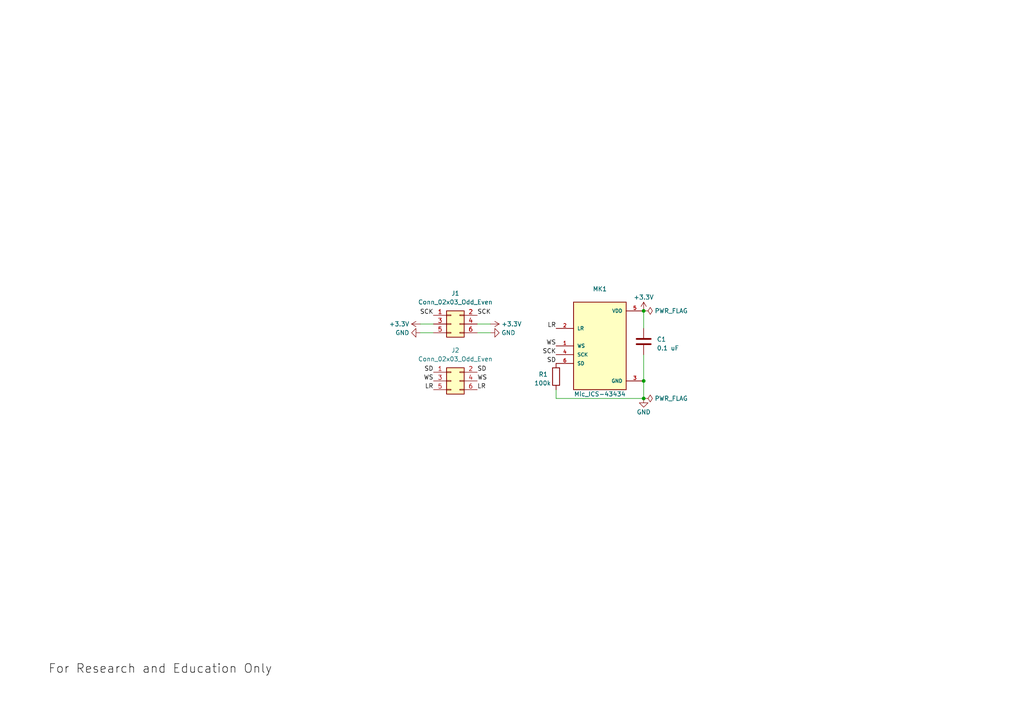
<source format=kicad_sch>
(kicad_sch (version 20231120) (generator "eeschema") (generator_version "8.0")
  (paper "A4")
  (title_block (title "NB3 Ear") (date "2023-11-29") (rev "0.0.3") (company "Voight-Kampff") (comment 1 "MEMS microphone with I2S interface"))
  (lib_symbols
    (symbol "+3.3V_1" (power) (pin_names (offset 0))
      (property "Value" "+3.3V_1" (at 0 3.556 0))
      (symbol "+3.3V_1_0_1"
        (polyline (pts (xy -0.762 1.27) (xy 0 2.54)))
        (polyline (pts (xy 0 0) (xy 0 2.54)))
        (polyline (pts (xy 0 2.54) (xy 0.762 1.27)))
      )
      (symbol "+3.3V_1_1_1"
        (pin power_in line (at 0 0 90) (length 0) hide (name "+3.3V") (number "1"))
      )
    )
    (symbol "Connector_Generic:Conn_02x03_Odd_Even" (pin_names (offset 1.016) hide)
      (property "Reference" "J" (at 1.27 5.08 0))
      (property "Value" "Conn_02x03_Odd_Even" (at 1.27 -5.08 0))
      (symbol "Conn_02x03_Odd_Even_1_1"
        (rectangle (start -1.27 -2.413) (end 0 -2.667) (stroke (width 0.1524)))
        (rectangle (start -1.27 0.127) (end 0 -0.127) (stroke (width 0.1524)))
        (rectangle (start -1.27 2.667) (end 0 2.413) (stroke (width 0.1524)))
        (rectangle (start -1.27 3.81) (end 3.81 -3.81) (stroke (width 0.254)) (fill (type background)))
        (rectangle (start 3.81 -2.413) (end 2.54 -2.667) (stroke (width 0.1524)))
        (rectangle (start 3.81 0.127) (end 2.54 -0.127) (stroke (width 0.1524)))
        (rectangle (start 3.81 2.667) (end 2.54 2.413) (stroke (width 0.1524)))
        (pin passive line (at -5.08 2.54 0) (length 3.81) (name "Pin_1") (number "1"))
        (pin passive line (at 7.62 2.54 180) (length 3.81) (name "Pin_2") (number "2"))
        (pin passive line (at -5.08 0 0) (length 3.81) (name "Pin_3") (number "3"))
        (pin passive line (at 7.62 0 180) (length 3.81) (name "Pin_4") (number "4"))
        (pin passive line (at -5.08 -2.54 0) (length 3.81) (name "Pin_5") (number "5"))
        (pin passive line (at 7.62 -2.54 180) (length 3.81) (name "Pin_6") (number "6"))
      )
    )
    (symbol "Device:C" (pin_numbers hide) (pin_names (offset 0.254))
      (property "Reference" "C" (at 0.635 2.54 0))
      (property "Value" "C" (at 0.635 -2.54 0))
      (symbol "C_0_1"
        (polyline (pts (xy -2.032 -0.762) (xy 2.032 -0.762)) (stroke (width 0.508)))
        (polyline (pts (xy -2.032 0.762) (xy 2.032 0.762)) (stroke (width 0.508)))
      )
      (symbol "C_1_1"
        (pin passive line (at 0 3.81 270) (length 2.794) (name "~") (number "1"))
        (pin passive line (at 0 -3.81 90) (length 2.794) (name "~") (number "2"))
      )
    )
    (symbol "Device:R" (pin_numbers hide) (pin_names (offset 0))
      (property "Reference" "R" (at 2.032 0 90))
      (property "Value" "R" (at 0 0 90))
      (symbol "R_0_1"
        (rectangle (start -1.016 -2.54) (end 1.016 2.54) (stroke (width 0.254)))
      )
      (symbol "R_1_1"
        (pin passive line (at 0 3.81 270) (length 1.27) (name "~") (number "1"))
        (pin passive line (at 0 -3.81 90) (length 1.27) (name "~") (number "2"))
      )
    )
    (symbol "GND_1" (power) (pin_names (offset 0))
      (property "Value" "GND_1" (at 0 -3.81 0))
      (symbol "GND_1_0_1"
        (polyline (pts (xy 0 0) (xy 0 -1.27) (xy 1.27 -1.27) (xy 0 -2.54) (xy -1.27 -1.27) (xy 0 -1.27)))
      )
      (symbol "GND_1_1_1"
        (pin power_in line (at 0 0 270) (length 0) hide (name "GND") (number "1"))
      )
    )
    (symbol "NB3_ear:Mic_ICS-43434" (pin_names (offset 1.016))
      (property "Reference" "MK" (at -7.6708 12.7762 0))
      (property "Value" "Mic_ICS-43434" (at -7.6708 -15.3416 0))
      (symbol "Mic_ICS-43434_0_0"
        (rectangle (start -7.62 -12.7) (end 7.62 12.7) (stroke (width 0.254)) (fill (type background)))
        (pin input line (at -12.7 0 0) (length 5.08) (name "WS") (number "1"))
        (pin input line (at -12.7 5.08 0) (length 5.08) (name "LR") (number "2"))
        (pin power_in line (at 12.7 -10.16 180) (length 5.08) (name "GND") (number "3"))
        (pin input line (at -12.7 -2.54 0) (length 5.08) (name "SCK") (number "4"))
        (pin power_in line (at 12.7 10.16 180) (length 5.08) (name "VDD") (number "5"))
        (pin output line (at -12.7 -5.08 0) (length 5.08) (name "SD") (number "6"))
      )
    )
    (symbol "power:PWR_FLAG" (power) (pin_numbers hide) (pin_names (offset 0) hide)
      (property "Value" "PWR_FLAG" (at 0 3.81 0))
      (symbol "PWR_FLAG_0_0"
        (pin power_out line (at 0 0 90) (length 0) (name "pwr") (number "1"))
      )
      (symbol "PWR_FLAG_0_1"
        (polyline (pts (xy 0 0) (xy 0 1.27) (xy -1.016 1.905) (xy 0 2.54) (xy 1.016 1.905) (xy 0 1.27)))
      )
    )
  )
  (junction (at 186.69 90.17) (diameter 0.9144))
  (junction (at 186.69 110.49) (diameter 0.9144))
  (junction (at 186.69 115.57) (diameter 0.9144))
  (wire (pts (xy 138.43 93.98) (xy 142.24 93.98)))
  (wire (pts (xy 138.43 96.52) (xy 142.24 96.52)))
  (wire (pts (xy 161.29 115.57) (xy 161.29 113.03)))
  (wire (pts (xy 186.69 115.57) (xy 161.29 115.57)))
  (wire (pts (xy 186.69 102.87) (xy 186.69 110.49)))
  (wire (pts (xy 121.92 93.98) (xy 125.73 93.98)))
  (wire (pts (xy 186.69 90.17) (xy 186.69 95.25)))
  (wire (pts (xy 121.92 96.52) (xy 125.73 96.52)))
  (wire (pts (xy 186.69 110.49) (xy 186.69 115.57)))
  (text "For Research and Education Only" (at 13.97 195.58 0) (effects (font (size 2.54 2.54)) (justify left bottom)))
  (label "LR" (at 125.73 113.03 180))
  (label "SD" (at 125.73 107.95 180))
  (label "LR" (at 138.43 113.03 0))
  (label "LR" (at 161.29 95.25 180))
  (label "WS" (at 161.29 100.33 180))
  (label "SD" (at 161.29 105.41 180))
  (label "SCK" (at 161.29 102.87 180))
  (label "WS" (at 125.73 110.49 180))
  (label "SD" (at 138.43 107.95 0))
  (label "SCK" (at 125.73 91.44 180))
  (label "SCK" (at 138.43 91.44 0))
  (label "WS" (at 138.43 110.49 0))
  (symbol (lib_id "power:PWR_FLAG") (at 186.69 115.57 270) (unit 1)
    (property "Reference" "#FLG02" (effects (hide yes)))
    (property "Value" "PWR_FLAG" (at 189.865 115.57 90) (effects (justify left)))
  )
  (symbol (lib_name "GND_1") (lib_id "power:GND") (at 142.24 96.52 90) (unit 1)
    (property "Reference" "#PWR07" (effects (hide yes)))
    (property "Value" "GND" (at 145.415 96.52 90) (effects (justify right)))
  )
  (symbol (lib_id "NB3_ear:Mic_ICS-43434") (at 173.99 100.33 0) (unit 1)
    (property "Reference" "MK1" (at 173.99 83.82 0))
    (property "Value" "Mic_ICS-43434" (at 173.99 114.3 0))
    (property "Footprint" "NB3_ear:Mic_ICS-43434" (effects (hide yes)))
    (property "AVAILABILITY" "Bad" (effects (hide yes)))
    (property "PACKAGE" "LGA-6 TDK-InvenSense" (effects (hide yes)))
    (property "MP" "ICS-43434" (effects (hide yes)))
    (property "DESCRIPTION" "Multi-Mode Microphone with I2S Digital Output" (effects (hide yes)))
    (property "MF" "TDK-InvenSense" (effects (hide yes)))
    (property "PRICE" "2.43 USD" (effects (hide yes)))
  )
  (symbol (lib_name "+3.3V_1") (lib_id "power:+3.3V") (at 142.24 93.98 270) (unit 1)
    (property "Reference" "#PWR03" (effects (hide yes)))
    (property "Value" "+3.3V" (at 145.415 93.98 90) (effects (justify left)))
  )
  (symbol (lib_name "+3.3V_1") (lib_id "power:+3.3V") (at 186.69 90.17 0) (unit 1)
    (property "Reference" "#PWR04" (effects (hide yes)))
    (property "Value" "+3.3V" (at 186.69 86.225 0))
  )
  (symbol (lib_id "Connector_Generic:Conn_02x03_Odd_Even") (at 130.81 110.49 0) (unit 1)
    (property "Reference" "J2" (at 132.08 101.6 0))
    (property "Value" "Conn_02x03_Odd_Even" (at 132.08 104.14 0))
    (property "Footprint" "Connector_PinHeader_2.54mm:PinHeader_2x03_P2.54mm_Vertical_SMD" (effects (hide yes)))
  )
  (symbol (lib_id "Device:C") (at 186.69 99.06 0) (unit 1)
    (property "Reference" "C1" (at 190.5 98.4249 0) (effects (justify left)))
    (property "Value" "0.1 uF" (at 190.5 100.9649 0) (effects (justify left)))
    (property "Footprint" "Capacitor_SMD:C_0402_1005Metric" (effects (hide yes)))
  )
  (symbol (lib_name "GND_1") (lib_id "power:GND") (at 186.69 115.57 0) (unit 1)
    (property "Reference" "#PWR05" (effects (hide yes)))
    (property "Value" "GND" (at 186.69 119.515 0))
  )
  (symbol (lib_name "+3.3V_1") (lib_id "power:+3.3V") (at 121.92 93.98 90) (unit 1)
    (property "Reference" "#PWR01" (effects (hide yes)))
    (property "Value" "+3.3V" (at 118.745 93.98 90) (effects (justify left)))
  )
  (symbol (lib_name "GND_1") (lib_id "power:GND") (at 121.92 96.52 270) (unit 1)
    (property "Reference" "#PWR02" (effects (hide yes)))
    (property "Value" "GND" (at 118.7451 96.52 90) (effects (justify right)))
  )
  (symbol (lib_id "Connector_Generic:Conn_02x03_Odd_Even") (at 130.81 93.98 0) (unit 1)
    (property "Reference" "J1" (at 132.08 85.09 0))
    (property "Value" "Conn_02x03_Odd_Even" (at 132.08 87.63 0))
    (property "Footprint" "Connector_PinHeader_2.54mm:PinHeader_2x03_P2.54mm_Vertical_SMD" (effects (hide yes)))
  )
  (symbol (lib_id "Device:R") (at 161.29 109.22 180) (unit 1)
    (property "Reference" "R1" (at 156.21 108.5849 0) (effects (justify right)))
    (property "Value" "100k" (at 154.94 111.1249 0) (effects (justify right)))
    (property "Footprint" "Resistor_SMD:R_0402_1005Metric" (effects (hide yes)))
  )
  (symbol (lib_id "power:PWR_FLAG") (at 186.69 90.17 270) (unit 1)
    (property "Reference" "#FLG01" (effects (hide yes)))
    (property "Value" "PWR_FLAG" (at 189.865 90.17 90) (effects (justify left)))
  )
)
</source>
